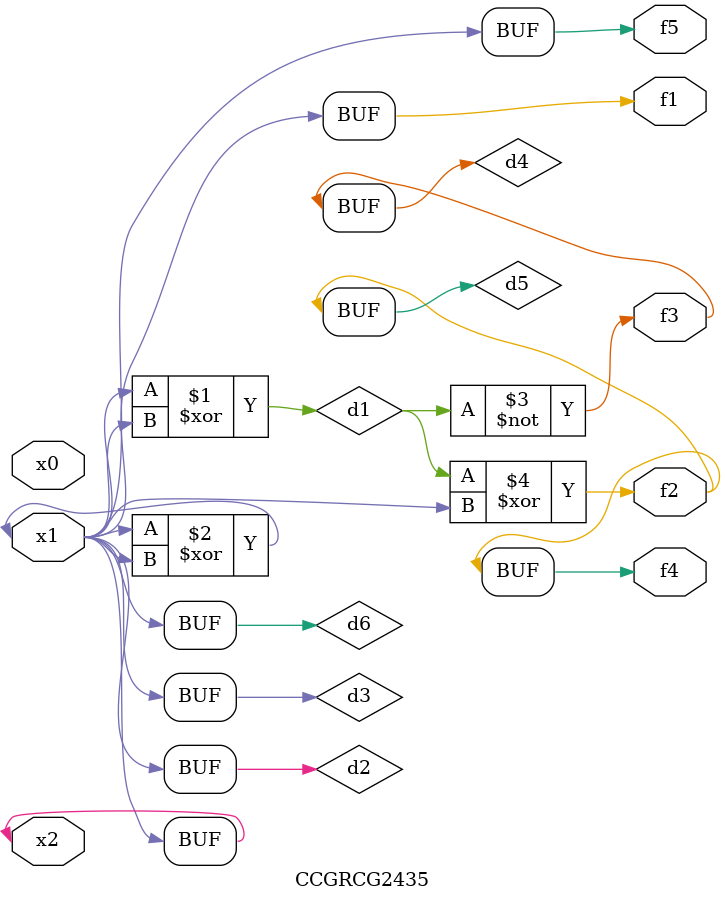
<source format=v>
module CCGRCG2435(
	input x0, x1, x2,
	output f1, f2, f3, f4, f5
);

	wire d1, d2, d3, d4, d5, d6;

	xor (d1, x1, x2);
	buf (d2, x1, x2);
	xor (d3, x1, x2);
	nor (d4, d1);
	xor (d5, d1, d2);
	buf (d6, d2, d3);
	assign f1 = d6;
	assign f2 = d5;
	assign f3 = d4;
	assign f4 = d5;
	assign f5 = d6;
endmodule

</source>
